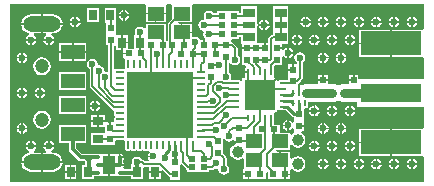
<source format=gtl>
%FSTAX43Y43*%
%MOMM*%
%SFA1B1*%

%IPPOS*%
%ADD10R,0.499999X0.599999*%
%ADD11R,0.599999X0.499999*%
%ADD12R,5.079990X2.031996*%
%ADD13R,5.079990X1.523997*%
%ADD14R,0.250000X0.549999*%
%ADD15R,0.699999X0.899998*%
%ADD16R,0.899998X0.699999*%
%ADD17R,1.049998X0.799998*%
%ADD18R,1.049998X0.599999*%
%ADD19R,1.999996X1.199998*%
%ADD20R,5.599989X5.599989*%
%ADD21O,0.699999X0.250000*%
%ADD22O,0.250000X0.699999*%
%ADD23O,0.499999X0.299999*%
%ADD24R,0.999998X1.599997*%
%ADD25O,0.649999X0.200000*%
%ADD26O,0.200000X0.649999*%
%ADD27R,2.599995X2.599995*%
%ADD28R,1.399997X1.149998*%
%ADD29C,0.150000*%
%ADD30C,0.253999*%
%ADD31C,0.200000*%
%ADD32C,0.299999*%
%ADD33C,0.749999*%
%ADD34C,0.250000*%
%ADD35C,0.999998*%
%ADD36C,1.199998*%
%ADD37O,3.199994X1.299997*%
%ADD38C,0.599999*%
%LNzooidreceiverpcb-1*%
%LPD*%
G36*
X0034999Y0012981D02*
X0034939Y0012856D01*
X0034849*
X0032324*
Y001169*
Y0010524*
X0034849*
X0034939*
X0034999Y0010399*
Y0008661*
X0029474*
Y0009024*
X0029149*
Y0008574*
X0029074*
Y0008499*
X0028674*
Y0008281*
X0028274*
X0028072Y0008254*
X0027883Y0008176*
X0027848Y0008149*
X00277*
X0027665Y0008176*
X0027476Y0008254*
X0027274Y0008281*
X0026874*
Y0008499*
X0026074*
Y0008281*
X0025074*
X0024872Y0008254*
X0024738Y0008199*
X0024683Y0008176*
X0024681Y0008174*
X0024492*
X0024458Y0008226*
X0024434Y0008324*
X0024679Y0008569*
X0024734Y0008651*
X0024754Y0008749*
Y0010128*
X0024823Y0010175*
X0024923Y0010323*
X0024958Y0010499*
X0024923Y0010675*
X0024823Y0010823*
X0024675Y0010923*
X0024499Y0010958*
X0024323Y0010923*
X0024175Y0010823*
X0024075Y0010675*
X002404Y0010499*
X0024075Y0010323*
X0024175Y0010175*
X0024244Y0010128*
Y0009929*
X0023984*
Y0009479*
X0023909*
Y0009404*
X0023509*
Y0009029*
Y0008929*
Y0008579*
X0022849*
X0022751Y0008559*
X0022699Y0008524*
X0022591Y000856*
X0022549Y0008591*
Y0008774*
X0022366*
X0022335Y0008816*
X0022299Y0008924*
X0022334Y0008976*
X0022354Y0009074*
Y0009524*
X0022334Y0009622*
X0022328Y0009631*
Y0009784*
X0022403Y0009859*
X0022979*
Y0010572*
X0023129Y0010618*
X0023175Y001055*
X0023323Y001045*
X0023424Y001043*
Y0010874*
Y0011318*
X0023323Y0011298*
X0023175Y0011198*
X0023129Y001113*
X0022979Y0011176*
Y0011234*
X0022579*
Y0011384*
X0022979*
Y0011649*
X0023549*
Y0012749*
Y0012799*
Y0013699*
Y0013749*
Y0014849*
X0022199*
Y0013749*
Y0013699*
Y0012799*
Y0012749*
Y0012449*
X0022126Y0012434*
X0022044Y0012379*
X0021899Y0012234*
X0021843Y0012152*
X0021824Y0012054*
Y0011759*
X0021654*
Y0011309*
X0021504*
Y0011759*
X0020899*
Y0012749*
Y0012799*
Y001319*
X0020979Y0013198*
Y00133*
X0020899Y0013308*
Y0013699*
Y0013749*
Y0014849*
X0019549*
Y0014238*
X0019379*
Y0014409*
X0018529*
X0018479*
X0018429*
X0018379*
X0018329*
X0017479*
Y0014238*
X0017227*
X0017163Y0014333*
X0017015Y0014433*
X0016839Y0014468*
X0016663Y0014433*
X0016515Y0014333*
X0016415Y0014185*
X001638Y0014009*
X0016415Y0013833*
X0016401Y00138*
X0016329Y0013692*
X0016183Y0013663*
X0016035Y0013563*
X0015935Y0013415*
X00159Y0013239*
X0015935Y0013063*
X0016035Y0012915*
X0016183Y0012815*
X0016323Y0012787*
X0016327Y0012783*
X0016337Y0012767*
X001637Y0012671*
X0016373Y0012636*
X0016327Y0012567*
X001631Y0012479*
X0016327Y0012391*
X0016377Y0012317*
X001643Y0012281*
X0016515Y0012155*
X0016523Y0012149*
X0016477Y0011999*
X0016444*
Y0011599*
X0016294*
Y0011999*
X0016027*
X0015943Y0012123*
X0015795Y0012223*
X0015619Y0012258*
X0015499Y0012234*
X0015349Y0012326*
Y0012549*
X0014499*
Y0012624*
X0014424*
Y0013349*
X0014278*
X0014208Y0013481*
X001422Y0013499*
X0015349*
Y0014849*
Y0014949*
X0015478Y0014999*
X0034999*
Y0012981*
G37*
G36*
X0019549Y0011649D02*
X0019649D01*
Y0011384*
X0020049*
Y0011234*
X0019649*
Y0010859*
Y0010759*
Y0009859*
X001988*
X0019926Y0009709*
X0019919Y0009704*
X0019863Y0009622*
X0019844Y0009524*
Y0009374*
X0020099*
Y0009224*
X0019844*
Y0009074*
X0019863Y0008976*
X0019899Y0008924*
X0019863Y0008816*
X0019832Y0008774*
X0019649*
Y0008591*
X0019607Y000856*
X0019499Y0008524*
X0019447Y0008559*
X0019349Y0008579*
X0018899*
X0018801Y0008559*
X0018688Y0008647*
X0018676Y000867*
X0018675Y0008703*
X0018708Y0008869*
X0018673Y0009045*
X0018573Y0009193*
X0018478Y0009257*
Y0010074*
X0018628Y0010079*
X0018685Y0009995*
X0018833Y0009895*
X0019009Y000986*
X0019185Y0009895*
X0019333Y0009995*
X0019433Y0010143*
X0019468Y0010319*
X0019433Y0010495*
X0019333Y0010643*
X0019238Y0010707*
Y0011269*
X0019221Y0011357*
X0019171Y0011431*
X0018891Y0011711*
X0018817Y0011761*
X0018729Y0011778*
X001865Y0011858*
X0018658Y0012005*
X0018766Y0012079*
X0019379*
Y001225*
X0019549*
Y0011649*
G37*
G36*
X0013649Y0014949D02*
Y0014849D01*
Y0013723*
X0013387Y0013461*
X0013337Y0013387*
X001332Y0013299*
Y0011924*
X0013149*
Y0013349*
X0011449*
Y0013036*
X0011326Y0012992*
X0011299Y0012986*
X0011155Y0013083*
X0010979Y0013118*
X0010803Y0013083*
X0010655Y0012983*
X0010555Y0012835*
X001052Y0012659*
X0010547Y0012524*
X0010474Y0012374*
Y0011249*
X0009974*
Y0011699*
X0009549*
Y0011174*
X0009574*
Y0010924*
X0010024*
Y0010774*
X0009574*
Y0010449*
X0009605*
X0009689Y0010308*
X0009688Y0010299*
X0009669Y0010199*
Y0009749*
X000969Y0009642*
X0009691Y000964*
X0009583Y0009532*
X0009581Y0009533*
X0009474Y0009554*
X0009024*
X0008917Y0009533*
X0008903Y0009524*
X0008753Y0009604*
Y0011443*
X000879Y001148*
X0008965Y0011443*
X0008974Y001142*
Y0011174*
X0009399*
Y0011774*
Y0012374*
X0009043*
X000896Y0012426*
X0008924Y0012503*
Y0012549*
Y0012599*
Y0013449*
X0008974Y0013499*
Y0014699*
X0007974*
Y0013499*
X0007995*
X0008124Y0013449*
Y0012599*
Y0012549*
Y0012499*
Y0012449*
Y0012399*
Y0011549*
X0008295*
Y0009359*
X0008145Y0009279*
X0008065Y0009295*
X0007961Y0009376*
X0007924Y0009446*
X0007898Y0009575*
X0007798Y0009723*
X000765Y0009823*
X000754Y0009845*
X0007436Y0009926*
X0007399Y0009996*
X0007373Y0010125*
X0007273Y0010273*
X0007125Y0010373*
X0006949Y0010408*
X0006773Y0010373*
X0006625Y0010273*
X0006525Y0010125*
X000649Y0009949*
X0006525Y0009773*
X0006625Y0009625*
X000672Y0009561*
Y00081*
X0006737Y0008013*
X0006787Y0007938*
X0008613Y0006112*
X0008688Y0006062*
X0008705Y0006059*
X0008774Y0005916*
Y0005895*
X0008765Y0005881*
X0008744Y0005774*
X0008765Y0005667*
X0008826Y0005576*
Y0005472*
X0008765Y0005381*
X0008744Y0005274*
X0008763Y0005174*
X0008764Y0005165*
X000868Y0005024*
X0008499*
Y0004574*
X0008349*
Y0005024*
X0008174*
X0008024*
Y0005049*
X0007499*
Y0004624*
X0007874*
X0008024*
Y0004474*
Y0004274*
Y0004124*
X0007874*
X0006824*
Y0003124*
X0007874*
X0008024*
X0008824*
Y0003399*
X0008842Y0003421*
X0008974Y0003504*
X0009024Y0003494*
X0009474*
X0009581Y0003515*
X0009583Y0003516*
X0009691Y0003408*
X000969Y0003406*
X0009669Y0003299*
Y0002849*
X000969Y0002742*
X0009751Y0002651*
X0009842Y000259*
X0009949Y0002569*
X0010056Y000259*
X0010147Y0002651*
X0010251*
X0010342Y000259*
X0010449Y0002569*
X0010556Y000259*
X0010647Y0002651*
X0010751*
X0010842Y000259*
X0010949Y0002569*
X0011056Y000259*
X0011147Y0002651*
X0011251*
X0011342Y000259*
X0011449Y0002569*
X0011556Y000259*
X0011637Y0002644*
X0011781Y0002601*
X001179Y000246*
X0011789Y0002458*
X0011775Y0002448*
X0011675Y00023*
X0011655Y0002199*
X0012099*
Y0002049*
X0011655*
X0011675Y0001948*
X0011736Y0001857*
X0011663Y0001707*
X0011415*
X0011311Y0001811*
X0011237Y0001861*
X0011149Y0001878*
X0011137*
X0011073Y0001973*
X0010925Y0002073*
X0010749Y0002108*
X0010573Y0002073*
X0010425Y0001973*
X0010325Y0001825*
X001029Y0001649*
X001031Y0001549*
X0010249Y0001399*
Y0001055*
X0009644*
X0009605Y0001118*
X000958Y0001205*
X0009632Y0001282*
X000964Y0001324*
X0009249*
Y0001474*
X000964*
X0009632Y0001516*
X0009565Y0001615*
X0009531Y0001638*
Y000181*
X0009565Y0001833*
X0009632Y0001932*
X000964Y0001974*
X0009249*
Y0002049*
X0009174*
Y0002355*
X0009149*
X0009147Y0002354*
X0008999Y0002349*
X0008424*
Y0001399*
Y0000449*
X0008999*
X0009147Y0000444*
X0009149Y0000443*
X0010249*
Y0000199*
X0011249*
Y000119*
X001132Y0001248*
X0011749*
Y0000874*
X0012749*
Y0000907*
X0012888Y0000965*
X0013391Y0000462*
X0013465Y0000412*
X0013549Y0000395*
Y0000174*
X0014349*
Y0001024*
Y0001074*
Y0001124*
Y0001174*
Y0001224*
Y0001395*
X0014352Y0001398*
X0014499Y000145*
X0014912Y0001037*
X0014949Y0001012*
Y0000799*
X0015849*
X0015949*
X0016849*
Y000097*
X0017074*
X0017162Y0000987*
X0017236Y0001037*
X0017312Y0001112*
X0017424Y000109*
X0017478Y0001101*
X0017615Y0001024*
X001765Y0000848*
X001775Y00007*
X0017898Y00006*
X0018074Y0000565*
X001825Y00006*
X0018398Y00007*
X0018498Y0000848*
X0018533Y0001024*
X0018498Y00012*
X0018398Y0001348*
X0018303Y0001412*
Y0001964*
X0018286Y0002052*
X0018236Y0002126*
X0017999Y0002363*
Y0002839*
Y0002889*
Y0002989*
Y0003562*
X0018149Y0003608*
X0018205Y0003525*
X0018353Y0003425*
X0018529Y000339*
X0018705Y0003425*
X0018829Y0003508*
X0018921Y0003481*
X0018979Y0003443*
Y0003135*
X0018765Y0002993*
X0018622Y0002778*
X0018571Y0002524*
X0018622Y000227*
X0018765Y0002055*
X001898Y0001912*
X0019234Y0001861*
X0019488Y0001912*
X0019624Y0002003*
X0019774Y0001923*
Y0001149*
Y0001122*
X0019709Y0000999*
Y0000989*
Y0000951*
Y0000674*
X0020159*
Y0000599*
X0020234*
Y0000199*
X0020559*
X0020609*
X0020659*
X0020709*
X0020759*
X0021609*
Y000072*
X0021759Y00008*
X0021774Y000079*
Y0000199*
X0022624*
X0022674*
X0022724*
X0022774*
X0022824*
X0023149*
Y0000599*
X0023224*
Y0000674*
X0023674*
Y0000924*
X0023711Y000097*
X0023845Y0001039*
X002406Y0000896*
X0024314Y0000845*
X0024568Y0000896*
X0024783Y0001039*
X0024926Y0001254*
X0024977Y0001508*
X0024926Y0001762*
X0024783Y0001977*
X0024568Y000212*
X0024314Y0002171*
X002406Y000212*
X0023845Y0001977*
X0023824Y0001945*
X0023674Y000199*
Y0002524*
X0022899*
Y0001799*
X0022749*
Y0002524*
X0022603*
X0022533Y0002656*
X0022545Y0002674*
X0023674*
Y0003058*
X0023824Y0003103*
X0023845Y0003071*
X002406Y0002928*
X0024314Y0002877*
X0024568Y0002928*
X0024783Y0003071*
X0024926Y0003286*
X0024977Y000354*
X0024926Y0003794*
X0024783Y0004009*
X002461Y0004124*
X0024655Y0004274*
X0024824*
Y0004649*
X0024424*
Y0004799*
X0024824*
Y0005124*
Y0005174*
Y0005224*
Y0005274*
Y0005324*
Y0006174*
X0024953Y0006224*
X0025059*
X002506*
X0025137*
X0025186*
X0025196Y0006222*
X0025202Y0006219*
X0025203Y0006218*
X0025257Y0006191*
X0025267Y0006186*
X002531Y000611*
X0025304Y0006074*
X0025674*
Y0006443*
X0025573Y0006423*
X0025425Y0006323*
X0025398Y0006283*
X0025395Y000628*
X0025338Y0006199*
X0025299Y0006204*
X0025247Y0006229*
X0025241Y0006231*
X0025216Y0006243*
X0025202Y0006249*
X0025199Y0006357*
Y0006362*
Y0006371*
Y0006717*
X0027274*
X0027476Y0006744*
X0027665Y0006822*
X00277Y0006849*
X0027848*
X0027883Y0006822*
X0028072Y0006744*
X0028274Y0006717*
X0029309*
Y0006337*
X0034999*
Y0004599*
X0034939Y0004474*
X0034849*
X0032324*
Y0003308*
Y0002142*
X0034849*
X0034939*
X0034999Y0002017*
Y0*
X0*
Y0014999*
X001132*
X0011449Y0014949*
Y0014849*
Y0014299*
X0013149*
Y0014849*
Y0014949*
X0013278Y0014999*
X001352*
X0013649Y0014949*
G37*
G36*
X0022751Y0006089D02*
X0022849Y0006069D01*
X0022957*
X0022966Y0006063*
X0023074Y0006042*
X0023307*
X0023824Y0005524*
X0023916Y0005463*
X0024024Y0005442*
Y0005324*
Y0005274*
Y0005224*
Y0005174*
Y0005124*
Y0005043*
X0023874Y0004998*
X0023823Y0005073*
X0023675Y0005173*
X0023574Y0005193*
Y0004749*
Y0004305*
X0023675Y0004325*
X0023823Y0004425*
X0023874Y00045*
X0024024Y0004455*
Y0004295*
Y0004274*
X002402Y0004126*
X0023845Y0004009*
X0023824Y0003977*
X0023674Y0004022*
Y0004124*
X0022799*
Y0004819*
X0022328*
Y0005017*
X0022334Y0005026*
X0022354Y0005124*
Y0005574*
X0022334Y0005672*
X0022299Y0005724*
X0022335Y0005832*
X0022366Y0005874*
X0022549*
Y0006057*
X0022591Y0006088*
X0022699Y0006124*
X0022751Y0006089*
G37*
%LNzooidreceiverpcb-2*%
%LPC*%
G36*
X0001074Y0004943D02*
Y0004574D01*
X0001443*
X0001423Y0004675*
X0001323Y0004823*
X0001175Y0004923*
X0001074Y0004943*
G37*
G36*
X0023424Y0004674D02*
X0023055D01*
X0023075Y0004573*
X0023175Y0004425*
X0023323Y0004325*
X0023424Y0004305*
Y0004674*
G37*
G36*
X0002674Y0006014D02*
X0002381Y0005956D01*
X0002133Y000579*
X0001968Y0005542*
X0001909Y0005249*
X0001968Y0004956*
X0002133Y0004708*
X0002381Y0004543*
X0002674Y0004484*
X0002967Y0004543*
X0003215Y0004708*
X000338Y0004956*
X0003439Y0005249*
X000338Y0005542*
X0003215Y000579*
X0002967Y0005956*
X0002674Y0006014*
G37*
G36*
X0000924Y0004943D02*
X0000823Y0004923D01*
X0000675Y0004823*
X0000575Y0004675*
X0000555Y0004574*
X0000924*
Y0004943*
G37*
G36*
X0026424D02*
X0026323Y0004923D01*
X0026175Y0004823*
X0026075Y0004675*
X0026055Y0004574*
X0026424*
Y0004943*
G37*
G36*
X0007349Y0005049D02*
X0006824D01*
Y0004624*
X0007349*
Y0005049*
G37*
G36*
X0023424Y0005193D02*
X0023323Y0005173D01*
X0023175Y0005073*
X0023075Y0004925*
X0023055Y0004824*
X0023424*
Y0005193*
G37*
G36*
X0028074Y0004943D02*
Y0004574D01*
X0028443*
X0028423Y0004675*
X0028323Y0004823*
X0028175Y0004923*
X0028074Y0004943*
G37*
G36*
X0026574D02*
Y0004574D01*
X0026943*
X0026923Y0004675*
X0026823Y0004823*
X0026675Y0004923*
X0026574Y0004943*
G37*
G36*
X0027924D02*
X0027823Y0004923D01*
X0027675Y0004823*
X0027575Y0004675*
X0027555Y0004574*
X0027924*
Y0004943*
G37*
G36*
X0028443Y0004424D02*
X0028074D01*
Y0004055*
X0028175Y0004075*
X0028323Y0004175*
X0028423Y0004323*
X0028443Y0004424*
G37*
G36*
X0028674Y0003443D02*
X0028573Y0003423D01*
X0028425Y0003323*
X0028325Y0003175*
X0028305Y0003074*
X0028674*
Y0003443*
G37*
G36*
X0028824D02*
Y0003074D01*
X0029193*
X0029173Y0003175*
X0029073Y0003323*
X0028925Y0003423*
X0028824Y0003443*
G37*
G36*
X0027324D02*
Y0003074D01*
X0027693*
X0027673Y0003175*
X0027573Y0003323*
X0027425Y0003423*
X0027324Y0003443*
G37*
G36*
X0025824D02*
Y0003074D01*
X0026193*
X0026173Y0003175*
X0026073Y0003323*
X0025925Y0003423*
X0025824Y0003443*
G37*
G36*
X0027174D02*
X0027073Y0003423D01*
X0026925Y0003323*
X0026825Y0003175*
X0026805Y0003074*
X0027174*
Y0003443*
G37*
G36*
X0032174Y0004474D02*
X0029559D01*
Y0003383*
X0032174*
Y0004474*
G37*
G36*
X0026943Y0004424D02*
X0026574D01*
Y0004055*
X0026675Y0004075*
X0026823Y0004175*
X0026923Y0004323*
X0026943Y0004424*
G37*
G36*
X0027924D02*
X0027555D01*
X0027575Y0004323*
X0027675Y0004175*
X0027823Y0004075*
X0027924Y0004055*
Y0004424*
G37*
G36*
X0026424D02*
X0026055D01*
X0026075Y0004323*
X0026175Y0004175*
X0026323Y0004075*
X0026424Y0004055*
Y0004424*
G37*
G36*
X0000924D02*
X0000555D01*
X0000575Y0004323*
X0000675Y0004175*
X0000823Y0004075*
X0000924Y0004055*
Y0004424*
G37*
G36*
X0001443D02*
X0001074D01*
Y0004055*
X0001175Y0004075*
X0001323Y0004175*
X0001423Y0004323*
X0001443Y0004424*
G37*
G36*
X0007349Y0005624D02*
X0006824D01*
Y0005199*
X0007349*
Y0005624*
G37*
G36*
X0007099Y0006843D02*
X0006998Y0006823D01*
X000685Y0006723*
X000675Y0006575*
X000673Y0006474*
X0007099*
Y0006843*
G37*
G36*
X0007249D02*
Y0006474D01*
X0007618*
X0007598Y0006575*
X0007498Y0006723*
X000735Y0006823*
X0007249Y0006843*
G37*
G36*
X0028824Y0006443D02*
Y0006074D01*
X0029193*
X0029173Y0006175*
X0029073Y0006323*
X0028925Y0006423*
X0028824Y0006443*
G37*
G36*
X0027324D02*
Y0006074D01*
X0027693*
X0027673Y0006175*
X0027573Y0006323*
X0027425Y0006423*
X0027324Y0006443*
G37*
G36*
X0028674D02*
X0028573Y0006423D01*
X0028425Y0006323*
X0028325Y0006175*
X0028305Y0006074*
X0028674*
Y0006443*
G37*
G36*
X0000924Y0007424D02*
X0000555D01*
X0000575Y0007323*
X0000675Y0007175*
X0000823Y0007075*
X0000924Y0007055*
Y0007424*
G37*
G36*
Y0007943D02*
X0000823Y0007923D01*
X0000675Y0007823*
X0000575Y0007675*
X0000555Y0007574*
X0000924*
Y0007943*
G37*
G36*
X0001074D02*
Y0007574D01*
X0001443*
X0001423Y0007675*
X0001323Y0007823*
X0001175Y0007923*
X0001074Y0007943*
G37*
G36*
X0002943Y0007424D02*
X0002574D01*
Y0007055*
X0002675Y0007075*
X0002823Y0007175*
X0002923Y0007323*
X0002943Y0007424*
G37*
G36*
X0001443D02*
X0001074D01*
Y0007055*
X0001175Y0007075*
X0001323Y0007175*
X0001423Y0007323*
X0001443Y0007424*
G37*
G36*
X0002424D02*
X0002055D01*
X0002075Y0007323*
X0002175Y0007175*
X0002323Y0007075*
X0002424Y0007055*
Y0007424*
G37*
G36*
X0027174Y0006443D02*
X0027073Y0006423D01*
X0026925Y0006323*
X0026825Y0006175*
X0026805Y0006074*
X0027174*
Y0006443*
G37*
G36*
Y0005924D02*
X0026805D01*
X0026825Y0005823*
X0026925Y0005675*
X0027073Y0005575*
X0027174Y0005555*
Y0005924*
G37*
G36*
X0027693D02*
X0027324D01*
Y0005555*
X0027425Y0005575*
X0027573Y0005675*
X0027673Y0005823*
X0027693Y0005924*
G37*
G36*
X0026193D02*
X0025824D01*
Y0005555*
X0025925Y0005575*
X0026073Y0005675*
X0026173Y0005823*
X0026193Y0005924*
G37*
G36*
X0008024Y0005624D02*
X0007499D01*
Y0005199*
X0008024*
Y0005624*
G37*
G36*
X0025674Y0005924D02*
X0025305D01*
X0025325Y0005823*
X0025425Y0005675*
X0025573Y0005575*
X0025674Y0005555*
Y0005924*
G37*
G36*
X0028674D02*
X0028305D01*
X0028325Y0005823*
X0028425Y0005675*
X0028573Y0005575*
X0028674Y0005555*
Y0005924*
G37*
G36*
X0007618Y0006324D02*
X0007249D01*
Y0005955*
X000735Y0005975*
X0007498Y0006075*
X0007598Y0006223*
X0007618Y0006324*
G37*
G36*
X0025824Y0006443D02*
Y0006074D01*
X0026193*
X0026173Y0006175*
X0026073Y0006323*
X0025925Y0006423*
X0025824Y0006443*
G37*
G36*
X0007099Y0006324D02*
X000673D01*
X000675Y0006223*
X000685Y0006075*
X0006998Y0005975*
X0007099Y0005955*
Y0006324*
G37*
G36*
X0029193Y0005924D02*
X0028824D01*
Y0005555*
X0028925Y0005575*
X0029073Y0005675*
X0029173Y0005823*
X0029193Y0005924*
G37*
G36*
X0006424Y0007249D02*
X0004124D01*
Y0005749*
X0006424*
Y0007249*
G37*
G36*
X0025674Y0003443D02*
X0025573Y0003423D01*
X0025425Y0003323*
X0025325Y0003175*
X0025305Y0003074*
X0025674*
Y0003443*
G37*
G36*
X0029424Y0001424D02*
X0029055D01*
X0029075Y0001323*
X0029175Y0001175*
X0029323Y0001075*
X0029424Y0001055*
Y0001424*
G37*
G36*
X0029943D02*
X0029574D01*
Y0001055*
X0029675Y0001075*
X0029823Y0001175*
X0029923Y0001323*
X0029943Y0001424*
G37*
G36*
X0030924D02*
X0030555D01*
X0030575Y0001323*
X0030675Y0001175*
X0030823Y0001075*
X0030924Y0001055*
Y0001424*
G37*
G36*
X0026943D02*
X0026574D01*
Y0001055*
X0026675Y0001075*
X0026823Y0001175*
X0026923Y0001323*
X0026943Y0001424*
G37*
G36*
X0027924D02*
X0027555D01*
X0027575Y0001323*
X0027675Y0001175*
X0027823Y0001075*
X0027924Y0001055*
Y0001424*
G37*
G36*
X0028443D02*
X0028074D01*
Y0001055*
X0028175Y0001075*
X0028323Y0001175*
X0028423Y0001323*
X0028443Y0001424*
G37*
G36*
X0033924D02*
X0033555D01*
X0033575Y0001323*
X0033675Y0001175*
X0033823Y0001075*
X0033924Y0001055*
Y0001424*
G37*
G36*
X0034443D02*
X0034074D01*
Y0001055*
X0034175Y0001075*
X0034323Y0001175*
X0034423Y0001323*
X0034443Y0001424*
G37*
G36*
X0026424Y0001943D02*
X0026323Y0001923D01*
X0026175Y0001823*
X0026075Y0001675*
X0026055Y0001574*
X0026424*
Y0001943*
G37*
G36*
X0031443Y0001424D02*
X0031074D01*
Y0001055*
X0031175Y0001075*
X0031323Y0001175*
X0031423Y0001323*
X0031443Y0001424*
G37*
G36*
X0032424D02*
X0032055D01*
X0032075Y0001323*
X0032175Y0001175*
X0032323Y0001075*
X0032424Y0001055*
Y0001424*
G37*
G36*
X0032943D02*
X0032574D01*
Y0001055*
X0032675Y0001075*
X0032823Y0001175*
X0032923Y0001323*
X0032943Y0001424*
G37*
G36*
X0020084Y0000524D02*
X0019709D01*
Y0000199*
X0020084*
Y0000524*
G37*
G36*
X0005024Y0000724D02*
X0004599D01*
Y0000199*
X0005024*
Y0000724*
G37*
G36*
X0005599D02*
X0005174D01*
Y0000199*
X0005599*
Y0000724*
G37*
G36*
X0012174D02*
X0011749D01*
Y0000199*
X0012174*
Y0000724*
G37*
G36*
X0012749D02*
X0012324D01*
Y0000199*
X0012749*
Y0000724*
G37*
G36*
X0023674Y0000524D02*
X0023299D01*
Y0000199*
X0023674*
Y0000524*
G37*
G36*
X0005024Y0001399D02*
X0004599D01*
Y0000874*
X0005024*
Y0001399*
G37*
G36*
X0005599D02*
X0005174D01*
Y0000874*
X0005599*
Y0001399*
G37*
G36*
X0026424Y0001424D02*
X0026055D01*
X0026075Y0001323*
X0026175Y0001175*
X0026323Y0001075*
X0026424Y0001055*
Y0001424*
G37*
G36*
X0006424Y0004749D02*
X0004124D01*
Y0003249*
X0004968*
Y0002744*
X0004991Y0002627*
X0005058Y0002528*
X0005753Y0001833*
X0005852Y0001766*
X0005969Y0001743*
X0006137*
X0006142Y000174*
X0006154Y0001742*
X0006165Y0001737*
X0006213Y0001734*
X0006242Y0001729*
X0006262Y0001722*
X0006275Y0001715*
X0006284Y0001709*
X000629Y00017*
X0006297Y0001687*
X0006304Y0001667*
X0006309Y0001638*
X0006312Y000159*
X0006318Y0001577*
Y0001399*
X0006099*
Y0000199*
X0007099*
Y0000443*
X0007549*
X0007551Y0000444*
X0007699Y0000449*
X0008274*
Y0001399*
Y0002349*
X0007699*
X0007551Y0002354*
X0007549Y0002355*
X0006661*
X0006656Y0002358*
X0006639Y0002355*
X0006609*
X0006592Y0002358*
X0006587Y0002355*
X0006096*
X000558Y0002871*
Y0003249*
X0006424*
Y0004749*
G37*
G36*
X0002599Y0001574D02*
X0000927D01*
X0000945Y000144*
X0001025Y0001246*
X0001153Y0001078*
X0001321Y000095*
X0001515Y000087*
X0001724Y0000842*
X0002599*
Y0001574*
G37*
G36*
X0004421D02*
X0002749D01*
Y0000842*
X0003624*
X0003833Y000087*
X0004027Y000095*
X0004195Y0001078*
X0004323Y0001246*
X0004403Y000144*
X0004421Y0001574*
G37*
G36*
X0026574Y0001943D02*
Y0001574D01*
X0026943*
X0026923Y0001675*
X0026823Y0001823*
X0026675Y0001923*
X0026574Y0001943*
G37*
G36*
X0026193Y0002924D02*
X0025824D01*
Y0002555*
X0025925Y0002575*
X0026073Y0002675*
X0026173Y0002823*
X0026193Y0002924*
G37*
G36*
X0027174D02*
X0026805D01*
X0026825Y0002823*
X0026925Y0002675*
X0027073Y0002575*
X0027174Y0002555*
Y0002924*
G37*
G36*
X0027693D02*
X0027324D01*
Y0002555*
X0027425Y0002575*
X0027573Y0002675*
X0027673Y0002823*
X0027693Y0002924*
G37*
G36*
X0009349Y0002355D02*
X0009324D01*
Y0002124*
X000964*
X0009632Y0002166*
X0009565Y0002265*
X0009466Y0002332*
X0009349Y0002355*
G37*
G36*
X0032174Y0003233D02*
X0029559D01*
Y0002142*
X0032174*
Y0003233*
G37*
G36*
X0025674Y0002924D02*
X0025305D01*
X0025325Y0002823*
X0025425Y0002675*
X0025573Y0002575*
X0025674Y0002555*
Y0002924*
G37*
G36*
X0001824Y0003443D02*
Y0003074D01*
X0002193*
X0002173Y0003175*
X0002073Y0003323*
X0001925Y0003423*
X0001824Y0003443*
G37*
G36*
X0003174D02*
X0003073Y0003423D01*
X0002925Y0003323*
X0002825Y0003175*
X0002805Y0003074*
X0003174*
Y0003443*
G37*
G36*
X0003324D02*
Y0003074D01*
X0003693*
X0003673Y0003175*
X0003573Y0003323*
X0003425Y0003423*
X0003324Y0003443*
G37*
G36*
X0028674Y0002924D02*
X0028305D01*
X0028325Y0002823*
X0028425Y0002675*
X0028573Y0002575*
X0028674Y0002555*
Y0002924*
G37*
G36*
X0029193D02*
X0028824D01*
Y0002555*
X0028925Y0002575*
X0029073Y0002675*
X0029173Y0002823*
X0029193Y0002924*
G37*
G36*
X0001674Y0003443D02*
X0001573Y0003423D01*
X0001425Y0003323*
X0001325Y0003175*
X0001305Y0003074*
X0001674*
Y0003443*
G37*
G36*
X0029574Y0001943D02*
Y0001574D01*
X0029943*
X0029923Y0001675*
X0029823Y0001823*
X0029675Y0001923*
X0029574Y0001943*
G37*
G36*
X0030924D02*
X0030823Y0001923D01*
X0030675Y0001823*
X0030575Y0001675*
X0030555Y0001574*
X0030924*
Y0001943*
G37*
G36*
X0031074D02*
Y0001574D01*
X0031443*
X0031423Y0001675*
X0031323Y0001823*
X0031175Y0001923*
X0031074Y0001943*
G37*
G36*
X0027924D02*
X0027823Y0001923D01*
X0027675Y0001823*
X0027575Y0001675*
X0027555Y0001574*
X0027924*
Y0001943*
G37*
G36*
X0028074D02*
Y0001574D01*
X0028443*
X0028423Y0001675*
X0028323Y0001823*
X0028175Y0001923*
X0028074Y0001943*
G37*
G36*
X0029424D02*
X0029323Y0001923D01*
X0029175Y0001823*
X0029075Y0001675*
X0029055Y0001574*
X0029424*
Y0001943*
G37*
G36*
X0034074D02*
Y0001574D01*
X0034443*
X0034423Y0001675*
X0034323Y0001823*
X0034175Y0001923*
X0034074Y0001943*
G37*
G36*
X0002193Y0002924D02*
X0001305D01*
X0001325Y0002823*
X0001425Y0002675*
X0001558Y0002585*
X0001561Y0002525*
X0001539Y0002432*
X0001515Y0002428*
X0001321Y0002348*
X0001153Y000222*
X0001025Y0002052*
X0000945Y0001858*
X0000927Y0001724*
X0002599*
Y0002456*
X0002016*
X0001971Y0002606*
X0002073Y0002675*
X0002173Y0002823*
X0002193Y0002924*
G37*
G36*
X0003693D02*
X0002805D01*
X0002825Y0002823*
X0002925Y0002675*
X0003027Y0002606*
X0002982Y0002456*
X0002749*
Y0001724*
X0004421*
X0004403Y0001858*
X0004323Y0002052*
X0004195Y000222*
X0004027Y0002348*
X0003833Y0002428*
X0003624Y0002456*
X0003516*
X0003471Y0002606*
X0003573Y0002675*
X0003673Y0002823*
X0003693Y0002924*
G37*
G36*
X0032424Y0001943D02*
X0032323Y0001923D01*
X0032175Y0001823*
X0032075Y0001675*
X0032055Y0001574*
X0032424*
Y0001943*
G37*
G36*
X0032574D02*
Y0001574D01*
X0032943*
X0032923Y0001675*
X0032823Y0001823*
X0032675Y0001923*
X0032574Y0001943*
G37*
G36*
X0033924D02*
X0033823Y0001923D01*
X0033675Y0001823*
X0033575Y0001675*
X0033555Y0001574*
X0033924*
Y0001943*
G37*
G36*
X0030924Y0013424D02*
X0030555D01*
X0030575Y0013323*
X0030675Y0013175*
X0030823Y0013075*
X0030924Y0013055*
Y0013424*
G37*
G36*
X0031443D02*
X0031074D01*
Y0013055*
X0031175Y0013075*
X0031323Y0013175*
X0031423Y0013323*
X0031443Y0013424*
G37*
G36*
X0032424D02*
X0032055D01*
X0032075Y0013323*
X0032175Y0013175*
X0032323Y0013075*
X0032424Y0013055*
Y0013424*
G37*
G36*
X0028443D02*
X0028074D01*
Y0013055*
X0028175Y0013075*
X0028323Y0013175*
X0028423Y0013323*
X0028443Y0013424*
G37*
G36*
X0029424D02*
X0029055D01*
X0029075Y0013323*
X0029175Y0013175*
X0029323Y0013075*
X0029424Y0013055*
Y0013424*
G37*
G36*
X0029943D02*
X0029574D01*
Y0013055*
X0029675Y0013075*
X0029823Y0013175*
X0029923Y0013323*
X0029943Y0013424*
G37*
G36*
X0021424Y0013693D02*
X0021323Y0013673D01*
X0021175Y0013573*
X0021075Y0013425*
X002106Y0013346*
X0021055Y0013324*
X0021424*
Y0013693*
G37*
G36*
X0021574D02*
Y0013324D01*
X0021943*
X0021923Y0013425*
X0021823Y0013573*
X0021675Y0013673*
X0021574Y0013693*
G37*
G36*
X0002599Y0014156D02*
X0001724D01*
X0001515Y0014128*
X0001321Y0014048*
X0001153Y001392*
X0001025Y0013752*
X0000945Y0013558*
X0000927Y0013424*
X0002599*
Y0014156*
G37*
G36*
X0032943Y0013424D02*
X0032574D01*
Y0013055*
X0032675Y0013075*
X0032823Y0013175*
X0032923Y0013323*
X0032943Y0013424*
G37*
G36*
X0033924D02*
X0033555D01*
X0033575Y0013323*
X0033675Y0013175*
X0033823Y0013075*
X0033924Y0013055*
Y0013424*
G37*
G36*
X0034443D02*
X0034074D01*
Y0013055*
X0034175Y0013075*
X0034323Y0013175*
X0034423Y0013323*
X0034443Y0013424*
G37*
G36*
X0021424Y0013174D02*
X0021055D01*
X002106Y0013152*
X0021075Y0013073*
X0021175Y0012925*
X0021323Y0012825*
X0021424Y0012805*
Y0013174*
G37*
G36*
X0021943D02*
X0021574D01*
Y0012805*
X0021675Y0012825*
X0021823Y0012925*
X0021923Y0013073*
X0021943Y0013174*
G37*
G36*
X0005424Y0013424D02*
X0005055D01*
X0005075Y0013323*
X0005175Y0013175*
X0005323Y0013075*
X0005424Y0013055*
Y0013424*
G37*
G36*
X0028674Y0012443D02*
X0028573Y0012423D01*
X0028425Y0012323*
X0028325Y0012175*
X0028305Y0012074*
X0028674*
Y0012443*
G37*
G36*
X0028824D02*
Y0012074D01*
X0029193*
X0029173Y0012175*
X0029073Y0012323*
X0028925Y0012423*
X0028824Y0012443*
G37*
G36*
X0014574Y0013349D02*
Y0012699D01*
X0015349*
Y0013349*
X0014574*
G37*
G36*
X0026424Y0013424D02*
X0026055D01*
X0026075Y0013323*
X0026175Y0013175*
X0026323Y0013075*
X0026424Y0013055*
Y0013424*
G37*
G36*
X0026943D02*
X0026574D01*
Y0013055*
X0026675Y0013075*
X0026823Y0013175*
X0026923Y0013323*
X0026943Y0013424*
G37*
G36*
X0027924D02*
X0027555D01*
X0027575Y0013323*
X0027675Y0013175*
X0027823Y0013075*
X0027924Y0013055*
Y0013424*
G37*
G36*
X0005943D02*
X0005574D01*
Y0013055*
X0005675Y0013075*
X0005823Y0013175*
X0005923Y0013323*
X0005943Y0013424*
G37*
G36*
X0024924D02*
X0024555D01*
X0024575Y0013323*
X0024675Y0013175*
X0024823Y0013075*
X0024924Y0013055*
Y0013424*
G37*
G36*
X0025443D02*
X0025074D01*
Y0013055*
X0025175Y0013075*
X0025323Y0013175*
X0025423Y0013323*
X0025443Y0013424*
G37*
G36*
X0031074Y0013943D02*
Y0013574D01*
X0031443*
X0031423Y0013675*
X0031323Y0013823*
X0031175Y0013923*
X0031074Y0013943*
G37*
G36*
X0032424D02*
X0032323Y0013923D01*
X0032175Y0013823*
X0032075Y0013675*
X0032055Y0013574*
X0032424*
Y0013943*
G37*
G36*
X0032574D02*
Y0013574D01*
X0032943*
X0032923Y0013675*
X0032823Y0013823*
X0032675Y0013923*
X0032574Y0013943*
G37*
G36*
X0029424D02*
X0029323Y0013923D01*
X0029175Y0013823*
X0029075Y0013675*
X0029055Y0013574*
X0029424*
Y0013943*
G37*
G36*
X0029574D02*
Y0013574D01*
X0029943*
X0029923Y0013675*
X0029823Y0013823*
X0029675Y0013923*
X0029574Y0013943*
G37*
G36*
X0030924D02*
X0030823Y0013923D01*
X0030675Y0013823*
X0030575Y0013675*
X0030555Y0013574*
X0030924*
Y0013943*
G37*
G36*
X0010068Y0013999D02*
X0009699D01*
Y001363*
X00098Y001365*
X0009948Y001375*
X0010048Y0013898*
X0010068Y0013999*
G37*
G36*
X0009549Y0014518D02*
X0009448Y0014498D01*
X00093Y0014398*
X00092Y001425*
X000918Y0014149*
X0009549*
Y0014518*
G37*
G36*
X0009699D02*
Y0014149D01*
X0010068*
X0010048Y001425*
X0009948Y0014398*
X00098Y0014498*
X0009699Y0014518*
G37*
G36*
X0033924Y0013943D02*
X0033823Y0013923D01*
X0033675Y0013823*
X0033575Y0013675*
X0033555Y0013574*
X0033924*
Y0013943*
G37*
G36*
X0034074D02*
Y0013574D01*
X0034443*
X0034423Y0013675*
X0034323Y0013823*
X0034175Y0013923*
X0034074Y0013943*
G37*
G36*
X0009549Y0013999D02*
X000918D01*
X00092Y0013898*
X00093Y001375*
X0009448Y001365*
X0009549Y001363*
Y0013999*
G37*
G36*
X0007474Y0014699D02*
X0006474D01*
Y0013499*
X0007474*
Y0014699*
G37*
G36*
X0005424Y0013943D02*
X0005323Y0013923D01*
X0005175Y0013823*
X0005075Y0013675*
X0005055Y0013574*
X0005424*
Y0013943*
G37*
G36*
X0005574D02*
Y0013574D01*
X0005943*
X0005923Y0013675*
X0005823Y0013823*
X0005675Y0013923*
X0005574Y0013943*
G37*
G36*
X0003624Y0014156D02*
X0002749D01*
Y0013424*
X0004421*
X0004403Y0013558*
X0004323Y0013752*
X0004195Y001392*
X0004027Y0014048*
X0003833Y0014128*
X0003624Y0014156*
G37*
G36*
X0012224Y0014149D02*
X0011449D01*
Y0013499*
X0012224*
Y0014149*
G37*
G36*
X0013149D02*
X0012374D01*
Y0013499*
X0013149*
Y0014149*
G37*
G36*
X0026574Y0013943D02*
Y0013574D01*
X0026943*
X0026923Y0013675*
X0026823Y0013823*
X0026675Y0013923*
X0026574Y0013943*
G37*
G36*
X0027924D02*
X0027823Y0013923D01*
X0027675Y0013823*
X0027575Y0013675*
X0027555Y0013574*
X0027924*
Y0013943*
G37*
G36*
X0028074D02*
Y0013574D01*
X0028443*
X0028423Y0013675*
X0028323Y0013823*
X0028175Y0013923*
X0028074Y0013943*
G37*
G36*
X0024924D02*
X0024823Y0013923D01*
X0024675Y0013823*
X0024575Y0013675*
X0024555Y0013574*
X0024924*
Y0013943*
G37*
G36*
X0025074D02*
Y0013574D01*
X0025443*
X0025423Y0013675*
X0025323Y0013823*
X0025175Y0013923*
X0025074Y0013943*
G37*
G36*
X0026424D02*
X0026323Y0013923D01*
X0026175Y0013823*
X0026075Y0013675*
X0026055Y0013574*
X0026424*
Y0013943*
G37*
G36*
X0027324Y0012443D02*
Y0012074D01*
X0027693*
X0027673Y0012175*
X0027573Y0012323*
X0027425Y0012423*
X0027324Y0012443*
G37*
G36*
X0006424Y0010924D02*
X0005349D01*
Y0010249*
X0006424*
Y0010924*
G37*
G36*
X0023943Y0010799D02*
X0023574D01*
Y001043*
X0023675Y001045*
X0023823Y001055*
X0023923Y0010698*
X0023943Y0010799*
G37*
G36*
X0032174Y0011615D02*
X0029559D01*
Y0010524*
X0032174*
Y0011615*
G37*
G36*
X0027924Y0010424D02*
X0027555D01*
X0027575Y0010323*
X0027675Y0010175*
X0027823Y0010075*
X0027924Y0010055*
Y0010424*
G37*
G36*
X0028443D02*
X0028074D01*
Y0010055*
X0028175Y0010075*
X0028323Y0010175*
X0028423Y0010323*
X0028443Y0010424*
G37*
G36*
X0005199Y0010924D02*
X0004124D01*
Y0010249*
X0005199*
Y0010924*
G37*
G36*
X0026574Y0010943D02*
Y0010574D01*
X0026943*
X0026923Y0010675*
X0026823Y0010823*
X0026675Y0010923*
X0026574Y0010943*
G37*
G36*
X0027924D02*
X0027823Y0010923D01*
X0027675Y0010823*
X0027575Y0010675*
X0027555Y0010574*
X0027924*
Y0010943*
G37*
G36*
X0028074D02*
Y0010574D01*
X0028443*
X0028423Y0010675*
X0028323Y0010823*
X0028175Y0010923*
X0028074Y0010943*
G37*
G36*
X0000924D02*
X0000823Y0010923D01*
X0000675Y0010823*
X0000575Y0010675*
X0000555Y0010574*
X0000924*
Y0010943*
G37*
G36*
X0001074D02*
Y0010574D01*
X0001443*
X0001423Y0010675*
X0001323Y0010823*
X0001175Y0010923*
X0001074Y0010943*
G37*
G36*
X0026424D02*
X0026323Y0010923D01*
X0026175Y0010823*
X0026075Y0010675*
X0026055Y0010574*
X0026424*
Y0010943*
G37*
G36*
X0026399Y0009024D02*
X0026074D01*
Y0008649*
X0026399*
Y0009024*
G37*
G36*
X0026874D02*
X0026549D01*
Y0008649*
X0026874*
Y0009024*
G37*
G36*
X0028999D02*
X0028674D01*
Y0008649*
X0028999*
Y0009024*
G37*
G36*
X0002424Y0007943D02*
X0002323Y0007923D01*
X0002175Y0007823*
X0002075Y0007675*
X0002055Y0007574*
X0002424*
Y0007943*
G37*
G36*
X0002574D02*
Y0007574D01*
X0002943*
X0002923Y0007675*
X0002823Y0007823*
X0002675Y0007923*
X0002574Y0007943*
G37*
G36*
X0006424Y0009249D02*
X0004124D01*
Y0007749*
X0006424*
Y0009249*
G37*
G36*
X0001443Y0010424D02*
X0001074D01*
Y0010055*
X0001175Y0010075*
X0001323Y0010175*
X0001423Y0010323*
X0001443Y0010424*
G37*
G36*
X0026424D02*
X0026055D01*
X0026075Y0010323*
X0026175Y0010175*
X0026323Y0010075*
X0026424Y0010055*
Y0010424*
G37*
G36*
X0026943D02*
X0026574D01*
Y0010055*
X0026675Y0010075*
X0026823Y0010175*
X0026923Y0010323*
X0026943Y0010424*
G37*
G36*
X0002674Y0010514D02*
X0002381Y0010456D01*
X0002133Y001029*
X0001968Y0010042*
X0001909Y0009749*
X0001968Y0009456*
X0002133Y0009208*
X0002381Y0009043*
X0002674Y0008984*
X0002967Y0009043*
X0003215Y0009208*
X000338Y0009456*
X0003439Y0009749*
X000338Y0010042*
X0003215Y001029*
X0002967Y0010456*
X0002674Y0010514*
G37*
G36*
X0023834Y0009929D02*
X0023509D01*
Y0009554*
X0023834*
Y0009929*
G37*
G36*
X0000924Y0010424D02*
X0000555D01*
X0000575Y0010323*
X0000675Y0010175*
X0000823Y0010075*
X0000924Y0010055*
Y0010424*
G37*
G36*
X0023574Y0011318D02*
Y0010949D01*
X0023943*
X0023923Y001105*
X0023823Y0011198*
X0023675Y0011298*
X0023574Y0011318*
G37*
G36*
X0032174Y0012856D02*
X0029559D01*
Y0011765*
X0032174*
Y0012856*
G37*
G36*
X0009549Y0012374D02*
Y0011849D01*
X0009974*
Y0012374*
X0009549*
G37*
G36*
X0002599Y0013274D02*
X0000927D01*
X0000945Y001314*
X0001025Y0012946*
X0001153Y0012778*
X0001321Y001265*
X0001515Y001257*
X0001539Y0012566*
X0001561Y0012472*
X0001558Y0012413*
X0001425Y0012323*
X0001325Y0012175*
X0001305Y0012074*
X0002193*
X0002173Y0012175*
X0002073Y0012323*
X0001971Y0012392*
X0002016Y0012542*
X0002599*
Y0013274*
G37*
G36*
X0027693Y0011924D02*
X0027324D01*
Y0011555*
X0027425Y0011575*
X0027573Y0011675*
X0027673Y0011823*
X0027693Y0011924*
G37*
G36*
X0028674D02*
X0028305D01*
X0028325Y0011823*
X0028425Y0011675*
X0028573Y0011575*
X0028674Y0011555*
Y0011924*
G37*
G36*
X0029193D02*
X0028824D01*
Y0011555*
X0028925Y0011575*
X0029073Y0011675*
X0029173Y0011823*
X0029193Y0011924*
G37*
G36*
X0025674Y0012443D02*
X0025573Y0012423D01*
X0025425Y0012323*
X0025325Y0012175*
X0025305Y0012074*
X0025674*
Y0012443*
G37*
G36*
X0025824D02*
Y0012074D01*
X0026193*
X0026173Y0012175*
X0026073Y0012323*
X0025925Y0012423*
X0025824Y0012443*
G37*
G36*
X0027174D02*
X0027073Y0012423D01*
X0026925Y0012323*
X0026825Y0012175*
X0026805Y0012074*
X0027174*
Y0012443*
G37*
G36*
X0004421Y0013274D02*
X0002749D01*
Y0012542*
X0002982*
X0003027Y0012392*
X0002925Y0012323*
X0002825Y0012175*
X0002805Y0012074*
X0003693*
X0003673Y0012175*
X0003573Y0012323*
X0003471Y0012392*
X0003516Y0012542*
X0003624*
X0003833Y001257*
X0004027Y001265*
X0004195Y0012778*
X0004323Y0012946*
X0004403Y001314*
X0004421Y0013274*
G37*
G36*
X0024174Y0012443D02*
X0024073Y0012423D01*
X0023925Y0012323*
X0023825Y0012175*
X0023805Y0012074*
X0024174*
Y0012443*
G37*
G36*
X0024324D02*
Y0012074D01*
X0024693*
X0024673Y0012175*
X0024573Y0012323*
X0024425Y0012423*
X0024324Y0012443*
G37*
G36*
X0002193Y0011924D02*
X0001824D01*
Y0011555*
X0001925Y0011575*
X0002073Y0011675*
X0002173Y0011823*
X0002193Y0011924*
G37*
G36*
X0003174D02*
X0002805D01*
X0002825Y0011823*
X0002925Y0011675*
X0003073Y0011575*
X0003174Y0011555*
Y0011924*
G37*
G36*
X0003693D02*
X0003324D01*
Y0011555*
X0003425Y0011575*
X0003573Y0011675*
X0003673Y0011823*
X0003693Y0011924*
G37*
G36*
X0005199Y0011749D02*
X0004124D01*
Y0011074*
X0005199*
Y0011749*
G37*
G36*
X0006424D02*
X0005349D01*
Y0011074*
X0006424*
Y0011749*
G37*
G36*
X0001674Y0011924D02*
X0001305D01*
X0001325Y0011823*
X0001425Y0011675*
X0001573Y0011575*
X0001674Y0011555*
Y0011924*
G37*
G36*
X0026193D02*
X0025824D01*
Y0011555*
X0025925Y0011575*
X0026073Y0011675*
X0026173Y0011823*
X0026193Y0011924*
G37*
G36*
X0027174D02*
X0026805D01*
X0026825Y0011823*
X0026925Y0011675*
X0027073Y0011575*
X0027174Y0011555*
Y0011924*
G37*
G36*
X0025674D02*
X0025305D01*
X0025325Y0011823*
X0025425Y0011675*
X0025573Y0011575*
X0025674Y0011555*
Y0011924*
G37*
G36*
X0024174D02*
X0023805D01*
X0023825Y0011823*
X0023925Y0011675*
X0024073Y0011575*
X0024174Y0011555*
Y0011924*
G37*
G36*
X0024693D02*
X0024324D01*
Y0011555*
X0024425Y0011575*
X0024573Y0011675*
X0024673Y0011823*
X0024693Y0011924*
G37*
%LNzooidreceiverpcb-3*%
%LPD*%
G36*
X0007074Y0001899D02*
X0007017Y0001896D01*
X0006966Y0001887*
X0006921Y0001872*
X0006882Y0001851*
X0006849Y0001824*
X0006822Y0001791*
X0006801Y0001752*
X0006786Y0001707*
X0006777Y0001656*
X0006774Y0001599*
X0006474*
X0006471Y0001656*
X0006462Y0001707*
X0006447Y0001752*
X0006426Y0001791*
X0006399Y0001824*
X0006366Y0001851*
X0006327Y0001872*
X0006282Y0001887*
X0006231Y0001896*
X0006174Y0001899*
X0006624Y0002199*
X0007074Y0001899*
G37*
G54D10*
X0013949Y0000624D03*
Y0001624D03*
X0019379Y0003559D03*
Y0004559D03*
X0023909Y0009479D03*
Y0008479D03*
X0021579Y0010309D03*
Y0011309D03*
X0020819Y0010309D03*
Y0011309D03*
X0024424Y0005724D03*
Y0004724D03*
X0020049Y0010309D03*
Y0011309D03*
X0008424Y0003574D03*
Y0004574D03*
X0022579Y0010309D03*
Y0011309D03*
X0018249Y0010549D03*
Y0011549D03*
X0017599Y0002439D03*
Y0003439D03*
X0016974Y0008824D03*
Y0009824D03*
X0008524Y0012999D03*
Y0011999D03*
X0026474Y0007574D03*
Y0008574D03*
X0029074Y0007574D03*
Y0008574D03*
G54D11*
X0027274Y0007499D03*
X0028274D03*
X0011024Y0010849D03*
X0010024D03*
X0022224Y0000599D03*
X0023224D03*
X0021159D03*
X0020159D03*
X0015449Y0010774D03*
X0014449D03*
X0016399Y0001949D03*
X0015399D03*
X0017369Y0011599D03*
X0016369D03*
X0013724Y0011524D03*
X0014724D03*
X0012899D03*
X0011899D03*
X0016399Y0001199D03*
X0015399D03*
X0021349Y0004419D03*
X0022349D03*
X0016379Y0010769D03*
X0017379D03*
X0017929Y0014009D03*
X0018929D03*
X0017929Y0013249D03*
X0018929D03*
X0017929Y0012479D03*
X0018929D03*
G54D12*
X0032249Y0003308D03*
Y001169D03*
G54D13*
X0032249Y0007499D03*
G54D14*
X0023924Y0006649D03*
X0024424D03*
X0024924D03*
Y0007499D03*
X0024424D03*
X0023924D03*
G54D15*
X0005099Y0000799D03*
X0006599D03*
X0012249D03*
X0010749D03*
X0009474Y0011774D03*
X0010974D03*
X0008474Y0014099D03*
X0006974D03*
G54D16*
X0007424Y0005124D03*
Y0003624D03*
G54D17*
X0022874Y0012199D03*
Y0014299D03*
X0020224Y0012199D03*
Y0014299D03*
G54D18*
X0022874Y0013249D03*
X0020224D03*
G54D19*
X0005274Y0006499D03*
Y0008499D03*
Y0010999D03*
Y0003999D03*
G54D20*
X0012699Y0006524D03*
G54D21*
X0016149Y0009274D03*
Y0008774D03*
Y0008274D03*
Y0007774D03*
Y0007274D03*
Y0006774D03*
Y0006274D03*
Y0005774D03*
Y0005274D03*
Y0004774D03*
Y0004274D03*
Y0003774D03*
X0009249D03*
Y0004274D03*
Y0004774D03*
Y0005274D03*
Y0005774D03*
Y0006274D03*
Y0006774D03*
Y0007274D03*
Y0007774D03*
Y0008274D03*
Y0008774D03*
Y0009274D03*
G54D22*
X0015449Y0003074D03*
X0014949D03*
X0014449D03*
X0012949D03*
X0012449D03*
X0011949D03*
X0011449D03*
X0010949D03*
X0010449D03*
X0009949D03*
Y0009974D03*
X0010449D03*
X0010949D03*
X0011449D03*
X0011949D03*
X0012449D03*
X0012949D03*
X0013449D03*
X0013949D03*
X0014449D03*
X0014949D03*
X0015449D03*
X0013949Y0003074D03*
X0013449D03*
G54D23*
X0009249Y0000749D03*
Y0001399D03*
Y0002049D03*
X0007449D03*
Y0001399D03*
Y0000749D03*
G54D24*
X0008349Y0001399D03*
G54D25*
X0019124Y0008324D03*
Y0007824D03*
Y0007324D03*
Y0006824D03*
Y0006324D03*
X0023074D03*
Y0006824D03*
Y0007324D03*
Y0007824D03*
Y0008324D03*
G54D26*
X0020099Y0005349D03*
X0020599D03*
X0021099D03*
X0021599D03*
X0022099D03*
Y0009299D03*
X0021599D03*
X0021099D03*
X0020599D03*
X0020099D03*
G54D27*
X0021099Y0007324D03*
G54D28*
X0014499Y0012624D03*
X0012299D03*
Y0014224D03*
X0014499D03*
X0020624Y0003399D03*
X0022824D03*
Y0001799D03*
X0020624D03*
G54D29*
X0018074Y0001024D02*
Y0001964D01*
X0017599Y0002439D02*
X0018074Y0001964D01*
X0022349Y0003874D02*
Y0004429D01*
X0022099Y0004679D02*
Y0005349D01*
X0022349Y0004429D02*
X0022359Y0004419D01*
X0022099Y0004679D02*
X0022349Y0004429D01*
X0021574Y0002724D02*
Y0004499D01*
X0021439D02*
X0021574D01*
X0021439D02*
X0021599Y0004659D01*
X0021359Y0004419D02*
X0021439Y0004499D01*
X0016539Y0012479D02*
X0017929D01*
X0019944D02*
X0020224Y0012199D01*
X0018929Y0012479D02*
X0019944D01*
X0018929Y0014009D02*
X0019934D01*
X0020184Y0014339D02*
X0020224Y0014379D01*
X0019934Y0014009D02*
X0020224Y0014299D01*
Y0013249D02*
D01*
X0018929D02*
X0020224D01*
X0017324Y0010774D02*
X0017369Y0010819D01*
Y0011554D02*
X0017374Y0011549D01*
X0017369Y0011554D02*
Y0011599D01*
Y0010819D02*
Y0011554D01*
X0018199Y0010549D02*
X0018249Y0010499D01*
Y0008869D02*
Y0010499D01*
X0018729Y0011549D02*
X0019009Y0011269D01*
Y0010319D02*
Y0011269D01*
X0020819Y0011309D02*
X0021579D01*
X0020049D02*
X0020819D01*
X0021099Y0007324D02*
X0021104D01*
X0016359Y0013249D02*
X0017929D01*
X0016539Y0012479D02*
X0016839D01*
X0016539D02*
D01*
X0016189Y0013239D02*
X0016359D01*
X0017374Y0011549D02*
X0018199D01*
X0018729D01*
X0020049Y0010209D02*
X0020599Y0009659D01*
Y0009299D02*
Y0009659D01*
X0018509Y0002824D02*
X0019244Y0003559D01*
X0019379*
X0019469Y0000599D02*
X0020159D01*
X0019279Y0000789D02*
X0019469Y0000599D01*
X0019279Y0000789D02*
Y0001029D01*
X0018509Y0001799D02*
X0019279Y0001029D01*
X0018509Y0001799D02*
Y0002824D01*
X0017634Y0004974D02*
X0018279Y0005619D01*
X0017259Y0004974D02*
X0017634D01*
X0017059Y0004774D02*
X0017259Y0004974D01*
X0017191Y0005274D02*
X0018241Y0006324D01*
X0016149Y0005274D02*
X0017191D01*
X0017266Y0005774D02*
X0018316Y0006824D01*
X0016124Y0005774D02*
X0017266D01*
X0017341Y0006274D02*
X0017775Y0006708D01*
X0016124Y0006274D02*
X0017341D01*
X0018121Y0004718D02*
X0018751Y0005349D01*
X001675Y0006824D02*
X0017149D01*
X0017154Y0007672D02*
Y0008116D01*
Y0007672D02*
X0017775Y0007051D01*
X0017679Y0007899D02*
X0018448D01*
X0018002Y0008324D02*
X0019124D01*
X0017902Y0008424D02*
X0018002Y0008324D01*
X0017461Y0008424D02*
X0017902D01*
X0016749Y0007424D02*
Y0008136D01*
X0016599Y0007274D02*
X0016749Y0007424D01*
X0018241Y0006324D02*
X0019124D01*
X0016124Y0004774D02*
X0017059D01*
X0016124Y0004274D02*
X0016189Y0004339D01*
X0017439*
X0016149Y0007274D02*
X0016599D01*
X0016749Y0006824D02*
X001675D01*
X0017264Y0003774D02*
X0017599Y0003439D01*
X0016149Y0003774D02*
X0017264D01*
X0018448Y0007899D02*
X0018473Y0007874D01*
X0018474D02*
X0018524Y0007824D01*
X0018316Y0006824D02*
X0019124D01*
X0018714Y0007324D02*
X0019124D01*
X0018669Y0007369D02*
X0018714Y0007324D01*
X0018229Y0007369D02*
X0018669D01*
X0017775Y0006708D02*
Y0007051D01*
X0016749Y0008136D02*
X0016974Y0008361D01*
Y0008824*
X0017154Y0008116D02*
X0017461Y0008424D01*
X0018751Y0005349D02*
X0020099D01*
X0016839Y0014009D02*
X0017929D01*
X0018929Y0013249D02*
D01*
X0022099Y0009299D02*
Y0009879D01*
X0022479Y0010259*
X0016124Y0005274D02*
X0016149D01*
X0017599Y0002439D02*
D01*
X0020624Y0001799D02*
X0021159Y0001264D01*
Y0000599D02*
Y0001264D01*
X0009249Y0006274D02*
D01*
X0006949Y00081D02*
Y0009949D01*
X0008775Y0006274D02*
X0009249D01*
X0006949Y00081D02*
X0008775Y0006274D01*
X0007474Y0008D02*
Y0009399D01*
X00087Y0006774D02*
X0009249D01*
X0007474Y0008D02*
X00087Y0006774D01*
X0007999Y0007899D02*
Y0008849D01*
X0008624Y0007274D02*
X0009249D01*
X0007999Y0007899D02*
X0008624Y0007274D01*
X0008874Y0007774D02*
X0009249D01*
X0008524Y0008124D02*
X0008874Y0007774D01*
X0008524Y0008124D02*
Y0011999D01*
X0018524Y0007824D02*
X0019124D01*
X0016124Y0004274D02*
D01*
Y0004774D02*
D01*
Y0006774D02*
X0016149Y0006749D01*
X0016674*
X0016749Y0006824*
X0018473Y0007874D02*
X0018474D01*
X0021599Y0004659D02*
Y0005349D01*
X0022349Y0003874D02*
X0022824Y0003399D01*
X0021749Y0001281D02*
X0022224Y0000806D01*
Y0000599D02*
Y0000806D01*
X0020624Y0001799D02*
X0020649D01*
X0021574Y0002724*
X0021749Y0001281D02*
Y0002349D01*
X0022799Y0003399*
X0022824*
X0012899Y0011524D02*
X0012949Y0011474D01*
Y0009974D02*
Y0011474D01*
X0013449Y0009974D02*
Y0010724D01*
X0013724Y0010999*
Y0011524*
X0014474Y0014224D02*
X0014499D01*
X0013549Y0013299D02*
X0014474Y0014224D01*
X0013549Y0011699D02*
Y0013299D01*
Y0011699D02*
X0013724Y0011524D01*
X0012899D02*
Y0012024D01*
X0012299Y0012624D02*
X0012899Y0012024D01*
X0012449Y0009974D02*
Y0010774D01*
X0012424Y0010799D02*
X0012449Y0010774D01*
X0008524Y0013099D02*
Y0014049D01*
X0014449Y0002854D02*
Y0003074D01*
Y0002854D02*
D01*
X0021099Y0007324D02*
X0021646Y0007871D01*
X0023259Y0009479D02*
X0023909D01*
X0021104Y0007324D02*
X0021651Y0007871D01*
X0021646D02*
X0021651D01*
X0023259Y0009479*
X0024424Y0008214D02*
X0024859Y0008649D01*
X0024424Y0007499D02*
Y0008214D01*
X0015074Y0001199D02*
X0015299D01*
X0016399D02*
X0017074D01*
X0017424Y0001549*
X0010649Y0001649D02*
X0010749D01*
X0011149*
X001132Y0001478*
X0012699*
X0013553Y0000624D02*
X0013949D01*
X0012699Y0001478D02*
X0013553Y0000624D01*
X0014624Y0001649D02*
X0015074Y0001199D01*
X0014624Y0001649D02*
Y0002399D01*
X0014449Y0002574D02*
X0014624Y0002399D01*
X0014449Y0002574D02*
Y0002854D01*
G54D30*
X0023749Y0007324D02*
X0023924Y0007499D01*
X0023074Y0007324D02*
X0023749D01*
X0023074Y0006824D02*
X0023749D01*
X0023924Y0006649*
X0023074Y0006324D02*
X0023424D01*
X0024024Y0005724*
X0024424*
Y0006649*
D01*
G54D31*
X0016379Y0010154D02*
Y0010769D01*
X0016174Y0009949D02*
X0016379Y0010154D01*
X0016174Y0009299D02*
Y0009949D01*
X0016149Y0009274D02*
X0016174Y0009299D01*
X0015449Y0009974D02*
D01*
X0010979Y0010904D02*
Y0012659D01*
X0010974Y0010899D02*
X0010979Y0010904D01*
X0010974Y0010899D02*
X0011024Y0010849D01*
X0021099Y0005129D02*
Y0005349D01*
X0020624Y0004654D02*
X0021099Y0005129D01*
X0020029Y0004559D02*
X0020599Y0005129D01*
Y0005349*
X0020624Y0003399D02*
Y0004654D01*
X0019379Y0004559D02*
X0020029D01*
X0015619Y0011329D02*
Y0011799D01*
X0015449Y0011159D02*
X0015619Y0011329D01*
X0015449Y0010774D02*
Y0011159D01*
X0021651Y0007871D02*
X0021699Y0007824D01*
X0020819Y0010259D02*
X0021579D01*
X0020819D02*
D01*
Y0009929D02*
X0021099Y0009649D01*
X0020819Y0010259D02*
Y0010309D01*
Y0009929D02*
Y0010259D01*
X0021579Y0010309D02*
X0021979D01*
X0018529Y0003849D02*
Y0004269D01*
X0018819Y0004559*
X0019379*
X0016974Y0009824D02*
X0016989Y0009839D01*
X0017669*
X0021099Y0009299D02*
Y0009649D01*
X0020819Y0010079D02*
Y0010259D01*
X0019379Y0003559D02*
X0019539Y0003399D01*
X0020624*
X0022824Y0001799D02*
X0023224Y0001399D01*
Y0000599D02*
Y0001399D01*
X0011024Y0010849D02*
X0011224Y0010649D01*
Y0010474D02*
X0011424Y0010274D01*
X0011224Y0010474D02*
Y0010649D01*
X0021699Y0007824D02*
X0023074D01*
X0021599Y0007924D02*
Y0009299D01*
X0020099Y0008324D02*
Y0009299D01*
Y0008324D02*
X0020549Y0007874D01*
X0021099Y0005349D02*
Y0006224D01*
X0020549Y0006774D02*
X0021099Y0006224D01*
X0015024Y0008774D02*
X0016149D01*
X0014949Y0003074D02*
Y0004249D01*
X0011949Y0007249D02*
X0014949Y0004249D01*
X0015449Y0010774D02*
X0016324D01*
X0015449Y0009974D02*
Y0010774D01*
X0011874Y0011499D02*
X0011899Y0011524D01*
X0011874Y0010474D02*
Y0011499D01*
Y0010474D02*
X0011949Y0010399D01*
Y0007249D02*
Y0010399D01*
X0014449Y0010774D02*
X0014549Y0010874D01*
Y0011349*
X0014724Y0011524*
Y0012175*
X0014474Y0012425D02*
X0014724Y0012175D01*
X0008474Y0014099D02*
X0008524Y0014049D01*
X0007424Y0003624D02*
X0008374D01*
X0022874Y0012199D02*
Y0013249D01*
Y0014299*
X0023074Y0008324D02*
X0023754D01*
X0023909Y0008479*
X0021979Y0010309D02*
X0022079Y0010409D01*
Y0012054*
X0022224Y0012199*
X0022874*
X0023909Y0008479D02*
X0024229D01*
X0024499Y0008749*
Y0010499*
X0021599Y0007924D02*
X0021649Y0007874D01*
X0008424Y0004574D02*
Y0004999D01*
X0008299Y0005124D02*
X0008424Y0004999D01*
X0008299Y0005124D02*
D01*
X0007424D02*
X0008299D01*
X0008424Y0004574D02*
X0008724Y0004274D01*
X0009374*
X0008624Y0003774D02*
X0009374D01*
X0008424Y0003574D02*
X0008624Y0003774D01*
X0008374Y0003624D02*
X0008424Y0003574D01*
X0016399Y0001949D02*
X0016899D01*
X0017089Y0002139*
X0015224Y0001949D02*
X0015399D01*
X0016399D02*
Y0002324D01*
X0017089Y0002139D02*
Y0002909D01*
X0016839Y0003159D02*
X0017089Y0002909D01*
X0016149Y0002574D02*
X0016399Y0002324D01*
X0015449Y0002574D02*
Y0003074D01*
Y0002574D02*
X0016149D01*
X0014949Y0002224D02*
Y0003074D01*
Y0002224D02*
X0015224Y0001949D01*
G54D32*
X0005274Y0002744D02*
Y0003999D01*
Y0002744D02*
X0005969Y0002049D01*
X0006624Y0000974D02*
Y0002049D01*
X0005969D02*
X0006624D01*
X0007449*
X0009249Y0001399D02*
Y0002049D01*
X0007449Y0001399D02*
X0008349D01*
X0009249*
X0006624Y0000974D02*
X0006849Y0000749D01*
X0007449*
X0010749D02*
D01*
X0009249D02*
X0010599D01*
X0010649Y0000799*
X0010749D02*
Y0001549D01*
X0010649Y0001649D02*
X0010749Y0001549D01*
G54D33*
X0025074Y0007499D02*
D01*
X0027274*
X0032249D02*
D01*
X0028274D02*
X0032249D01*
G54D34*
X0013949Y0001599D02*
Y0001624D01*
X0013124Y0002024D02*
Y0002309D01*
X0013449Y0002634*
Y0003074*
X0013949Y0001624D02*
X0013953Y0001628D01*
Y0002299D02*
Y0003074D01*
Y0001628D02*
Y0002299D01*
G54D35*
X0019234Y0002524D03*
X0024314Y0001508D03*
Y000354D03*
G54D36*
X0002674Y0009749D03*
Y0005249D03*
G54D37*
X0002674Y0013349D03*
Y0001649D03*
G54D38*
X0018074Y0001024D03*
X0010979Y0012659D03*
X0015619Y0011799D03*
X0018249Y0008869D03*
X0019009Y0010319D03*
X0014499Y0012624D03*
X0016839Y0012479D03*
X0016359Y0013239D03*
X0016839Y0014009D03*
X0018529Y0003849D03*
X0018121Y0004718D03*
X0017149Y0006824D03*
X0017679Y0007899D03*
X0017439Y0004339D03*
X0018229Y0007369D03*
X0018279Y0005619D03*
X0017669Y0009839D03*
X0016839Y0003159D03*
X0006949Y0009949D03*
X0007474Y0009399D03*
X0007999Y0008849D03*
X0007424Y0003624D03*
X0006974Y0014099D03*
X0012424Y0010799D03*
X0012724Y0006474D03*
Y0008474D03*
X0010724D03*
X0014749D03*
Y0006474D03*
Y0004474D03*
X0005274Y0006499D03*
Y0008499D03*
X0022874Y0012199D03*
X0020549Y0007874D03*
X0021649D03*
X0020549Y0006774D03*
X0021649D03*
X0008349Y0001774D03*
Y0001024D03*
X0005099Y0000799D03*
X0021499Y0013249D03*
X0023499Y0004749D03*
Y0010874D03*
X0024499Y0010499D03*
X0009624Y0014074D03*
X0017424Y0001549D03*
X0001749Y0002999D03*
X0000999Y0004499D03*
Y0007499D03*
Y0010499D03*
X0001749Y0011999D03*
X0003249Y0002999D03*
X0002499Y0007499D03*
X0003249Y0011999D03*
X0005499Y0013499D03*
X0024249Y0011999D03*
X0025749Y0002999D03*
Y0005999D03*
Y0011999D03*
X0024999Y0013499D03*
X0026499Y0001499D03*
X0027249Y0002999D03*
X0026499Y0004499D03*
X0027249Y0005999D03*
X0026499Y0010499D03*
X0027249Y0011999D03*
X0026499Y0013499D03*
X0027999Y0001499D03*
X0028749Y0002999D03*
X0027999Y0004499D03*
X0028749Y0005999D03*
X0027999Y0010499D03*
X0028749Y0011999D03*
X0027999Y0013499D03*
X0029499Y0001499D03*
Y0013499D03*
X0030999Y0001499D03*
Y0013499D03*
X0032499Y0001499D03*
Y0013499D03*
X0033999Y0001499D03*
Y0013499D03*
X0012249Y0000799D03*
X0010749Y0001649D03*
X0012099Y0002124D03*
X0007174Y0006399D03*
X0013124Y0002024D03*
X0013949Y0002299D03*
M02*
</source>
